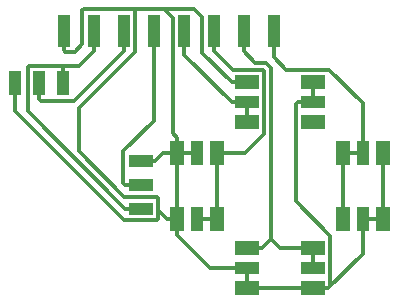
<source format=gtl>
G04 #@! TF.GenerationSoftware,KiCad,Pcbnew,(5.1.5-0-10_14)*
G04 #@! TF.CreationDate,2019-12-11T22:46:01+09:00*
G04 #@! TF.ProjectId,RPiWD_Controller,52506957-445f-4436-9f6e-74726f6c6c65,rev?*
G04 #@! TF.SameCoordinates,Original*
G04 #@! TF.FileFunction,Copper,L1,Top*
G04 #@! TF.FilePolarity,Positive*
%FSLAX46Y46*%
G04 Gerber Fmt 4.6, Leading zero omitted, Abs format (unit mm)*
G04 Created by KiCad (PCBNEW (5.1.5-0-10_14)) date 2019-12-11 22:46:01*
%MOMM*%
%LPD*%
G04 APERTURE LIST*
%ADD10R,1.000000X2.800000*%
%ADD11R,2.000000X1.000000*%
%ADD12R,1.000000X2.000000*%
%ADD13R,1.200000X2.000000*%
%ADD14R,2.000000X1.200000*%
%ADD15C,0.304800*%
G04 APERTURE END LIST*
D10*
X146335000Y-55850000D03*
X143795000Y-55850000D03*
X141275000Y-55850000D03*
X138715000Y-55850000D03*
X136175000Y-55850000D03*
X133635000Y-55850000D03*
X131095000Y-55850000D03*
X148875000Y-55850000D03*
D11*
X137600000Y-66900000D03*
X137600000Y-68900000D03*
X137600000Y-70900000D03*
D12*
X127000000Y-60300000D03*
X129000000Y-60300000D03*
X131000000Y-60300000D03*
D13*
X158100000Y-71800000D03*
X154700000Y-71800000D03*
X158100000Y-66200000D03*
X154700000Y-66200000D03*
D12*
X156400000Y-66200000D03*
X156400000Y-71800000D03*
D14*
X146600000Y-77600000D03*
X146600000Y-74200000D03*
X152200000Y-77600000D03*
X152200000Y-74200000D03*
D11*
X152200000Y-75900000D03*
X146600000Y-75900000D03*
D13*
X140700000Y-66200000D03*
X144100000Y-66200000D03*
X140700000Y-71800000D03*
X144100000Y-71800000D03*
D12*
X142400000Y-71800000D03*
X142400000Y-66200000D03*
D14*
X152200000Y-60200000D03*
X152200000Y-63600000D03*
X146600000Y-60200000D03*
X146600000Y-63600000D03*
D11*
X146600000Y-61900000D03*
X152200000Y-61900000D03*
D15*
X148875000Y-55850000D02*
X148875000Y-56750000D01*
X156400000Y-66200000D02*
X154700000Y-66200000D01*
X154700000Y-66200000D02*
X154700000Y-71800000D01*
X148875000Y-57554800D02*
X148900000Y-57579800D01*
X148875000Y-55850000D02*
X148875000Y-57554800D01*
X156400000Y-61977038D02*
X156400000Y-64895200D01*
X153565761Y-59142799D02*
X156400000Y-61977038D01*
X156400000Y-64895200D02*
X156400000Y-66200000D01*
X149942799Y-59142799D02*
X153565761Y-59142799D01*
X148875000Y-58075000D02*
X149942799Y-59142799D01*
X148875000Y-57554800D02*
X148875000Y-58075000D01*
X127000000Y-61604800D02*
X127000000Y-60300000D01*
X127000000Y-62622962D02*
X127000000Y-61604800D01*
X136234239Y-71857201D02*
X127000000Y-62622962D01*
X139057201Y-71765761D02*
X138965761Y-71857201D01*
X139057201Y-70034239D02*
X139057201Y-71765761D01*
X138965761Y-69942799D02*
X139057201Y-70034239D01*
X136234239Y-69942799D02*
X138965761Y-69942799D01*
X132352871Y-66061431D02*
X136234239Y-69942799D01*
X138965761Y-71857201D02*
X136234239Y-71857201D01*
X132352871Y-62395091D02*
X132352871Y-66061431D01*
X137132201Y-54084239D02*
X137132201Y-57615761D01*
X137040761Y-53992799D02*
X137132201Y-54084239D01*
X137132201Y-57615761D02*
X132352871Y-62395091D01*
X132769239Y-53992799D02*
X137040761Y-53992799D01*
X131095000Y-55850000D02*
X131095000Y-55667038D01*
X145295200Y-60200000D02*
X146600000Y-60200000D01*
X142837799Y-54689837D02*
X142837799Y-57742599D01*
X142837799Y-57742599D02*
X145295200Y-60200000D01*
X142140761Y-53992799D02*
X142837799Y-54689837D01*
X140317799Y-64512999D02*
X140700000Y-64895200D01*
X139580761Y-53992799D02*
X140317799Y-54729837D01*
X137207201Y-53992799D02*
X139580761Y-53992799D01*
X140317799Y-54729837D02*
X140317799Y-64512999D01*
X137040761Y-53992799D02*
X137207201Y-53992799D01*
X140700000Y-64895200D02*
X140700000Y-66200000D01*
X137207201Y-53992799D02*
X142140761Y-53992799D01*
X142400000Y-66200000D02*
X140700000Y-66200000D01*
X137600000Y-66900000D02*
X138800000Y-66900000D01*
X139500000Y-66200000D02*
X140700000Y-66200000D01*
X138800000Y-66900000D02*
X139500000Y-66200000D01*
X140700000Y-66200000D02*
X140700000Y-71800000D01*
X139057201Y-71062001D02*
X139057201Y-70900000D01*
X139795200Y-71800000D02*
X139057201Y-71062001D01*
X140700000Y-71800000D02*
X139795200Y-71800000D01*
X145295200Y-75900000D02*
X146600000Y-75900000D01*
X143495200Y-75900000D02*
X145295200Y-75900000D01*
X140700000Y-73104800D02*
X143495200Y-75900000D01*
X140700000Y-71800000D02*
X140700000Y-73104800D01*
X146600000Y-75900000D02*
X146600000Y-77600000D01*
X146600000Y-77600000D02*
X152200000Y-77600000D01*
X156400000Y-73104800D02*
X156400000Y-71800000D01*
X156400000Y-74704800D02*
X156400000Y-73104800D01*
X153504800Y-77600000D02*
X156400000Y-74704800D01*
X156400000Y-71800000D02*
X158100000Y-71800000D01*
X158100000Y-71800000D02*
X158100000Y-66200000D01*
X150742799Y-70265761D02*
X150742799Y-62052401D01*
X153657201Y-73180163D02*
X150742799Y-70265761D01*
X153657201Y-77447599D02*
X153657201Y-73180163D01*
X150742799Y-62052401D02*
X150895200Y-61900000D01*
X153504800Y-77600000D02*
X153657201Y-77447599D01*
X150895200Y-61900000D02*
X152200000Y-61900000D01*
X152200000Y-77600000D02*
X153504800Y-77600000D01*
X152200000Y-61900000D02*
X152200000Y-60200000D01*
X131095000Y-55850000D02*
X131095000Y-57500000D01*
X131095000Y-57500000D02*
X131202200Y-57607200D01*
X131202200Y-57607200D02*
X132054600Y-57607200D01*
X132677799Y-54084239D02*
X132769239Y-53992799D01*
X132677799Y-56984001D02*
X132677799Y-54084239D01*
X132054600Y-57607200D02*
X132677799Y-56984001D01*
X128042799Y-62647599D02*
X136295200Y-70900000D01*
X128042799Y-58934239D02*
X128042799Y-62647599D01*
X128134239Y-58842799D02*
X128042799Y-58934239D01*
X132347001Y-58842799D02*
X128134239Y-58842799D01*
X136295200Y-70900000D02*
X137600000Y-70900000D01*
X133635000Y-57554800D02*
X132347001Y-58842799D01*
X133635000Y-55850000D02*
X133635000Y-57554800D01*
X131152401Y-58842799D02*
X132347001Y-58842799D01*
X131000000Y-58995200D02*
X131152401Y-58842799D01*
X131000000Y-60300000D02*
X131000000Y-58995200D01*
X130847599Y-58842799D02*
X128300000Y-58842799D01*
X131000000Y-58995200D02*
X130847599Y-58842799D01*
X129152401Y-61757201D02*
X129000000Y-61604800D01*
X131972599Y-61757201D02*
X129152401Y-61757201D01*
X136175000Y-57554800D02*
X131972599Y-61757201D01*
X129000000Y-61604800D02*
X129000000Y-60300000D01*
X136175000Y-55850000D02*
X136175000Y-57554800D01*
X136295200Y-68900000D02*
X137600000Y-68900000D01*
X136142799Y-68747599D02*
X136295200Y-68900000D01*
X136142799Y-66034239D02*
X136142799Y-68747599D01*
X138715000Y-63462038D02*
X136142799Y-66034239D01*
X138715000Y-55850000D02*
X138715000Y-63462038D01*
X141275000Y-57879800D02*
X145295200Y-61900000D01*
X145295200Y-61900000D02*
X146600000Y-61900000D01*
X141275000Y-55850000D02*
X141275000Y-57879800D01*
X146600000Y-61900000D02*
X146600000Y-63600000D01*
X145004800Y-66200000D02*
X144100000Y-66200000D01*
X148057201Y-64565761D02*
X146422962Y-66200000D01*
X148057201Y-59234239D02*
X148057201Y-64565761D01*
X146422962Y-66200000D02*
X145004800Y-66200000D01*
X147965761Y-59142799D02*
X148057201Y-59234239D01*
X143795000Y-57554800D02*
X145382999Y-59142799D01*
X145382999Y-59142799D02*
X147965761Y-59142799D01*
X143795000Y-55850000D02*
X143795000Y-57554800D01*
X144100000Y-66200000D02*
X144100000Y-71800000D01*
X144100000Y-71800000D02*
X142400000Y-71800000D01*
X148666810Y-73437990D02*
X147904800Y-74200000D01*
X147904800Y-74200000D02*
X146600000Y-74200000D01*
X148666810Y-58981730D02*
X148666810Y-73437990D01*
X146335000Y-55850000D02*
X146335000Y-56649920D01*
X149428820Y-74200000D02*
X148666810Y-73437990D01*
X152200000Y-74200000D02*
X149428820Y-74200000D01*
X152200000Y-75900000D02*
X152200000Y-74200000D01*
X147313389Y-58533189D02*
X148218269Y-58533189D01*
X148218269Y-58533189D02*
X148666810Y-58981730D01*
X146335000Y-57554800D02*
X147313389Y-58533189D01*
X146335000Y-55850000D02*
X146335000Y-57554800D01*
M02*

</source>
